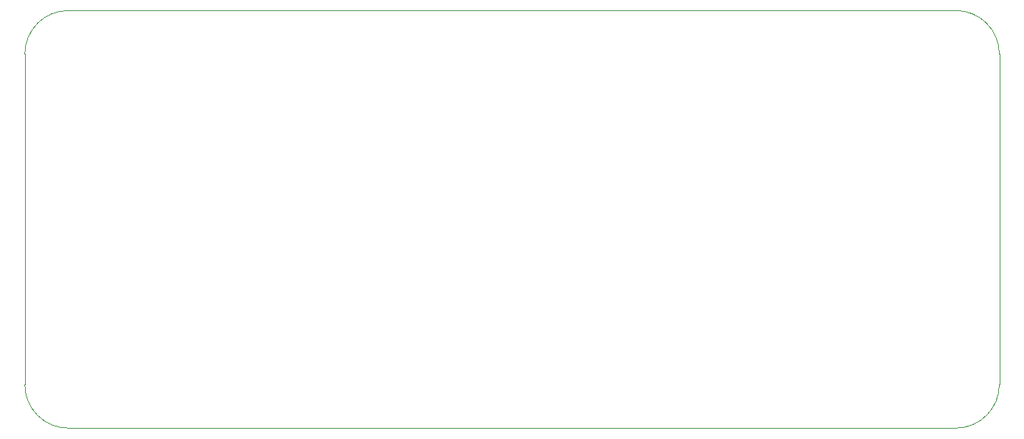
<source format=gbr>
%TF.GenerationSoftware,KiCad,Pcbnew,7.0.8*%
%TF.CreationDate,2024-01-12T01:29:44-08:00*%
%TF.ProjectId,rc_v1,72635f76-312e-46b6-9963-61645f706362,0*%
%TF.SameCoordinates,Original*%
%TF.FileFunction,Profile,NP*%
%FSLAX46Y46*%
G04 Gerber Fmt 4.6, Leading zero omitted, Abs format (unit mm)*
G04 Created by KiCad (PCBNEW 7.0.8) date 2024-01-12 01:29:44*
%MOMM*%
%LPD*%
G01*
G04 APERTURE LIST*
%TA.AperFunction,Profile*%
%ADD10C,0.100000*%
%TD*%
G04 APERTURE END LIST*
D10*
X203000000Y-78000000D02*
G75*
G03*
X198000000Y-73000000I-5000000J0D01*
G01*
X91000000Y-78000000D02*
X91000000Y-116000000D01*
X198000000Y-121000000D02*
G75*
G03*
X203000000Y-116000000I0J5000000D01*
G01*
X96000000Y-73000000D02*
G75*
G03*
X91000000Y-78000000I0J-5000000D01*
G01*
X198000000Y-73000000D02*
X96000000Y-73000000D01*
X96000000Y-121000000D02*
X198000000Y-121000000D01*
X203000000Y-116000000D02*
X203000000Y-78000000D01*
X91000000Y-116000000D02*
G75*
G03*
X96000000Y-121000000I5000000J0D01*
G01*
M02*

</source>
